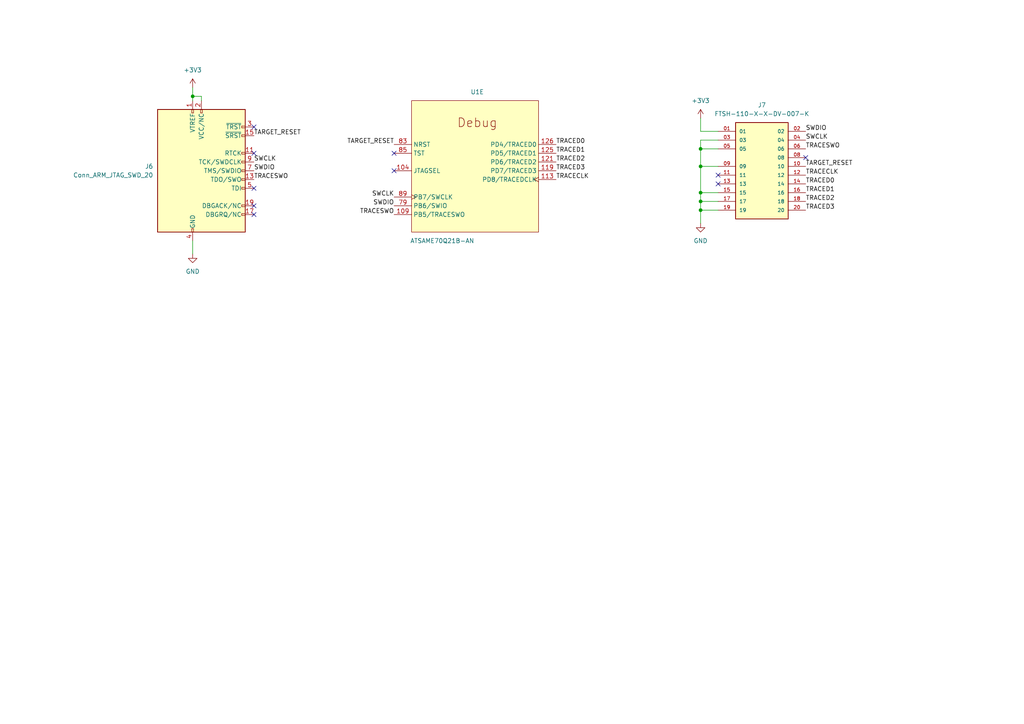
<source format=kicad_sch>
(kicad_sch (version 20211123) (generator eeschema)
  (paper "A4")
  (title_block (title "Flight Controller") (date "2023-01-29") (rev "0.1"))
  (lib_symbols
    (symbol "Connector:Conn_ARM_JTAG_SWD_20" (pin_names (offset 1.016))
      (property "Reference" "J" (at -5.08 21.59 0))
      (property "Value" "Conn_ARM_JTAG_SWD_20" (at -5.08 19.05 0))
      (symbol "Conn_ARM_JTAG_SWD_20_0_1"
        (rectangle (start -12.7 17.78) (end 12.7 -17.78) (stroke (width 0.254)) (fill (type background)))
        (rectangle (start -2.794 -17.78) (end -2.286 -16.764))
        (rectangle (start -2.794 17.78) (end -2.286 16.764))
        (rectangle (start -0.254 17.78) (end 0.254 16.764))
        (rectangle (start 11.684 2.286) (end 12.7 2.794))
        (rectangle (start 12.7 -12.446) (end 11.684 -12.954))
        (rectangle (start 12.7 -9.906) (end 11.684 -10.414))
        (rectangle (start 12.7 -2.794) (end 11.684 -2.286))
        (rectangle (start 12.7 -0.254) (end 11.684 0.254))
        (rectangle (start 12.7 4.826) (end 11.684 5.334))
        (rectangle (start 12.7 10.414) (end 11.684 9.906))
        (rectangle (start 12.7 12.954) (end 11.684 12.446))
      )
      (symbol "Conn_ARM_JTAG_SWD_20_1_1"
        (rectangle (start 11.684 -5.334) (end 12.7 -4.826))
        (pin power_in line (at -2.54 20.32 270) (length 2.54) (name "VTREF") (number "1"))
        (pin passive line (at -2.54 -20.32 90) (length 2.54) hide (name "GND") (number "10"))
        (pin input line (at 15.24 5.08 180) (length 2.54) (name "RTCK") (number "11"))
        (pin passive line (at -2.54 -20.32 90) (length 2.54) hide (name "GND") (number "12"))
        (pin input line (at 15.24 -2.54 180) (length 2.54) (name "TDO/SWO") (number "13"))
        (pin passive line (at -2.54 -20.32 90) (length 2.54) hide (name "GND") (number "14"))
        (pin bidirectional line (at 15.24 10.16 180) (length 2.54) (name "~{SRST}") (number "15"))
        (pin passive line (at -2.54 -20.32 90) (length 2.54) hide (name "GND") (number "16"))
        (pin output line (at 15.24 -12.7 180) (length 2.54) (name "DBGRQ/NC") (number "17"))
        (pin passive line (at -2.54 -20.32 90) (length 2.54) hide (name "GND") (number "18"))
        (pin input line (at 15.24 -10.16 180) (length 2.54) (name "DBGACK/NC") (number "19"))
        (pin power_in line (at 0 20.32 270) (length 2.54) (name "VCC/NC") (number "2"))
        (pin passive line (at -2.54 -20.32 90) (length 2.54) hide (name "GND") (number "20"))
        (pin output line (at 15.24 12.7 180) (length 2.54) (name "~{TRST}") (number "3"))
        (pin power_in line (at -2.54 -20.32 90) (length 2.54) (name "GND") (number "4"))
        (pin output line (at 15.24 -5.08 180) (length 2.54) (name "TDI") (number "5"))
        (pin passive line (at -2.54 -20.32 90) (length 2.54) hide (name "GND") (number "6"))
        (pin output line (at 15.24 0 180) (length 2.54) (name "TMS/SWDIO") (number "7"))
        (pin passive line (at -2.54 -20.32 90) (length 2.54) hide (name "GND") (number "8"))
        (pin output line (at 15.24 2.54 180) (length 2.54) (name "TCK/SWDCLK") (number "9"))
      )
    )
    (symbol "FTSH-110-X-X-DV-007-K:FTSH-110-X-X-DV-007-K" (pin_names (offset 1.016))
      (property "Reference" "J" (at -7.62 13.97 0))
      (property "Value" "FTSH-110-X-X-DV-007-K" (at -7.62 -16.51 0))
      (symbol "FTSH-110-X-X-DV-007-K_0_0"
        (rectangle (start -7.62 -15.24) (end 7.62 12.7) (stroke (width 0.254)) (fill (type background)))
        (pin passive line (at -12.7 10.16 0) (length 5.08) (name "01") (number "01"))
        (pin passive line (at 12.7 10.16 180) (length 5.08) (name "02") (number "02"))
        (pin passive line (at -12.7 7.62 0) (length 5.08) (name "03") (number "03"))
        (pin passive line (at 12.7 7.62 180) (length 5.08) (name "04") (number "04"))
        (pin passive line (at -12.7 5.08 0) (length 5.08) (name "05") (number "05"))
        (pin passive line (at 12.7 5.08 180) (length 5.08) (name "06") (number "06"))
        (pin passive line (at 12.7 2.54 180) (length 5.08) (name "08") (number "08"))
        (pin passive line (at -12.7 0 0) (length 5.08) (name "09") (number "09"))
        (pin passive line (at 12.7 0 180) (length 5.08) (name "10") (number "10"))
        (pin passive line (at -12.7 -2.54 0) (length 5.08) (name "11") (number "11"))
        (pin passive line (at 12.7 -2.54 180) (length 5.08) (name "12") (number "12"))
        (pin passive line (at -12.7 -5.08 0) (length 5.08) (name "13") (number "13"))
        (pin passive line (at 12.7 -5.08 180) (length 5.08) (name "14") (number "14"))
        (pin passive line (at -12.7 -7.62 0) (length 5.08) (name "15") (number "15"))
        (pin passive line (at 12.7 -7.62 180) (length 5.08) (name "16") (number "16"))
        (pin passive line (at -12.7 -10.16 0) (length 5.08) (name "17") (number "17"))
        (pin passive line (at 12.7 -10.16 180) (length 5.08) (name "18") (number "18"))
        (pin passive line (at -12.7 -12.7 0) (length 5.08) (name "19") (number "19"))
        (pin passive line (at 12.7 -12.7 180) (length 5.08) (name "20") (number "20"))
      )
    )
    (symbol "atsame70q21b-an:ATSAME70Q21B-AN"
      (property "Reference" "U2" (at -15.24 -5.08 0))
      (property "Value" "ATSAME70Q21B-AN" (at -7.62 -2.54 0))
      (symbol "ATSAME70Q21B-AN_1_1"
        (rectangle (start -16.51 25.4) (end 16.51 0) (fill (type background)))
        (text "WiFi" (at 0 21.59 0) (effects (font (size 2.54 2.54))))
        (pin output line (at 21.59 13.97 180) (length 5.08) (name "PB4") (number "105"))
        (pin input line (at 21.59 8.89 180) (length 5.08) (name "PB1") (number "20"))
        (pin output clock (at 21.59 6.35 180) (length 5.08) (name "PB0/RTCOUT0") (number "21"))
        (pin output line (at 21.59 11.43 180) (length 5.08) (name "PB2") (number "26"))
      )
      (symbol "ATSAME70Q21B-AN_2_1"
        (rectangle (start -17.78 36.83) (end 16.51 0) (fill (type background)))
        (text "ISI" (at 0 33.02 0) (effects (font (size 2.54 2.54))))
        (pin bidirectional line (at 21.59 27.94 180) (length 5.08) (name "PA6/PCK0") (number "114"))
        (pin bidirectional line (at -22.86 22.86 0) (length 5.08) (name "PB3/ISI_D2") (number "31"))
        (pin bidirectional line (at 21.59 8.89 180) (length 5.08) (name "PA21") (number "32"))
        (pin bidirectional line (at 21.59 6.35 180) (length 5.08) (name "PA22") (number "37"))
        (pin bidirectional line (at 21.59 15.24 180) (length 5.08) (name "PD25/ISI_VREF") (number "52"))
        (pin bidirectional line (at 21.59 17.78 180) (length 5.08) (name "PD24/ISI_HSYNC") (number "55"))
        (pin bidirectional line (at 21.59 22.86 180) (length 5.08) (name "PA24/ISI_PCK") (number "56"))
        (pin bidirectional line (at -22.86 27.94 0) (length 5.08) (name "PD22/ISI_D0") (number "60"))
        (pin bidirectional line (at -22.86 25.4 0) (length 5.08) (name "PD21/ISI_D1") (number "63"))
        (pin bidirectional line (at -22.86 10.16 0) (length 5.08) (name "PA27/ISI_D7") (number "70"))
        (pin bidirectional line (at -22.86 17.78 0) (length 5.08) (name "PA5/ISI_D4") (number "73"))
        (pin bidirectional line (at -22.86 20.32 0) (length 5.08) (name "PA9/ISI_D3") (number "75"))
        (pin bidirectional line (at -22.86 12.7 0) (length 5.08) (name "PD12/ISI_D6") (number "92"))
        (pin bidirectional line (at -22.86 15.24 0) (length 5.08) (name "PD11/ISI_D5") (number "98"))
      )
      (symbol "ATSAME70Q21B-AN_3_1"
        (rectangle (start -19.05 60.96) (end 17.78 0) (fill (type background)))
        (text "SDRAM" (at 0 54.61 0) (effects (font (size 2.54 2.54))))
        (pin bidirectional line (at 22.86 22.86 180) (length 5.08) (name "PE3/D11") (number "10"))
        (pin bidirectional line (at 22.86 5.08 180) (length 5.08) (name "PD15/NBS1") (number "106"))
        (pin bidirectional line (at -24.13 5.08 0) (length 5.08) (name "PD29/SDWE") (number "108"))
        (pin bidirectional line (at 22.86 50.8 180) (length 5.08) (name "PC0/D0") (number "11"))
        (pin bidirectional line (at 22.86 7.62 180) (length 5.08) (name "PC18/NBS0") (number "111"))
        (pin bidirectional line (at -24.13 33.02 0) (length 5.08) (name "PC27/A9") (number "12"))
        (pin bidirectional line (at -24.13 50.8 0) (length 5.08) (name "PC20/A2") (number "120"))
        (pin bidirectional line (at -24.13 48.26 0) (length 5.08) (name "PC21/A3") (number "122"))
        (pin bidirectional line (at -24.13 45.72 0) (length 5.08) (name "PC22/A4") (number "124"))
        (pin bidirectional line (at -24.13 43.18 0) (length 5.08) (name "PC23/A5") (number "127"))
        (pin bidirectional line (at -24.13 35.56 0) (length 5.08) (name "PC26/A8") (number "13"))
        (pin bidirectional line (at -24.13 40.64 0) (length 5.08) (name "PC24/A6") (number "130"))
        (pin bidirectional line (at -24.13 38.1 0) (length 5.08) (name "PC25/A7") (number "133"))
        (pin bidirectional line (at -24.13 27.94 0) (length 5.08) (name "PC29/A11") (number "16"))
        (pin bidirectional line (at -24.13 12.7 0) (length 5.08) (name "PC15/SDCS") (number "18"))
        (pin bidirectional line (at -24.13 22.86 0) (length 5.08) (name "PA20/BA0") (number "22"))
        (pin bidirectional line (at 22.86 20.32 180) (length 5.08) (name "PE4/D12") (number "27"))
        (pin bidirectional line (at 22.86 17.78 180) (length 5.08) (name "PE5/D13") (number "28"))
        (pin bidirectional line (at 22.86 48.26 180) (length 5.08) (name "PC1/D1") (number "38"))
        (pin bidirectional line (at 22.86 45.72 180) (length 5.08) (name "PC2/D2") (number "39"))
        (pin bidirectional line (at 22.86 30.48 180) (length 5.08) (name "PE0/D8") (number "4"))
        (pin bidirectional line (at 22.86 43.18 180) (length 5.08) (name "PC3/D3") (number "40"))
        (pin bidirectional line (at 22.86 40.64 180) (length 5.08) (name "PC4/D4") (number "41"))
        (pin bidirectional line (at 22.86 12.7 180) (length 5.08) (name "PA16/D15") (number "45"))
        (pin bidirectional line (at 22.86 33.02 180) (length 5.08) (name "PC7/D7") (number "48"))
        (pin bidirectional line (at 22.86 15.24 180) (length 5.08) (name "PA15/D14") (number "49"))
        (pin bidirectional line (at 22.86 35.56 180) (length 5.08) (name "PC6/D6") (number "54"))
        (pin bidirectional line (at -24.13 17.78 0) (length 5.08) (name "PD23/SDCK") (number "57"))
        (pin bidirectional line (at 22.86 38.1 180) (length 5.08) (name "PC5/D5") (number "58"))
        (pin bidirectional line (at 22.86 27.94 180) (length 5.08) (name "PE1/D9") (number "6"))
        (pin bidirectional line (at 22.86 25.4 180) (length 5.08) (name "PE2/D10") (number "7"))
        (pin bidirectional line (at -24.13 7.62 0) (length 5.08) (name "PD17/CAS") (number "74"))
        (pin bidirectional line (at -24.13 30.48 0) (length 5.08) (name "PC28/A10") (number "76"))
        (pin bidirectional line (at -24.13 10.16 0) (length 5.08) (name "PD16/RAS") (number "78"))
        (pin bidirectional line (at -24.13 15.24 0) (length 5.08) (name "PD14/SDCKE") (number "84"))
        (pin bidirectional line (at -24.13 25.4 0) (length 5.08) (name "PD13/SDA10") (number "88"))
      )
      (symbol "ATSAME70Q21B-AN_4_1"
        (rectangle (start -21.59 39.37) (end 22.86 0) (fill (type background)))
        (text "Serial" (at 0 34.29 0) (effects (font (size 2.54 2.54))))
        (pin input line (at 27.94 8.89 180) (length 5.08) (name "PC12/CANRX") (number "17"))
        (pin output line (at 27.94 3.81 180) (length 5.08) (name "PC13") (number "19"))
        (pin input line (at -26.67 6.35 0) (length 5.08) (name "PD31/URXD3") (number "2"))
        (pin output line (at -26.67 8.89 0) (length 5.08) (name "P30/UTXD3") (number "34"))
        (pin output line (at 27.94 21.59 180) (length 5.08) (name "PA13/SQPI_QIO0") (number "42"))
        (pin output clock (at 27.94 26.67 180) (length 5.08) (name "PA14/QSPI_SCK") (number "51"))
        (pin output line (at 27.94 24.13 180) (length 5.08) (name "PA11/QSPI_QCS") (number "64"))
        (pin input line (at 27.94 29.21 180) (length 5.08) (name "PA12/QSPI_QIO1") (number "68"))
        (pin output clock (at -26.67 26.67 0) (length 5.08) (name "PA4/TWCK0") (number "77"))
        (pin bidirectional line (at -26.67 29.21 0) (length 5.08) (name "PA3/TWD0") (number "91"))
        (pin output line (at 27.94 6.35 180) (length 5.08) (name "PC14/CANTX1") (number "97"))
      )
      (symbol "ATSAME70Q21B-AN_5_1"
        (rectangle (start -19.05 38.1) (end 17.78 0) (fill (type background)))
        (text "Debug" (at 0 31.75 0) (effects (font (size 2.54 2.54))))
        (pin input line (at -24.13 17.78 0) (length 5.08) (name "JTAGSEL") (number "104"))
        (pin bidirectional line (at -24.13 5.08 0) (length 5.08) (name "PB5/TRACESWO") (number "109"))
        (pin output clock (at 22.86 15.24 180) (length 5.08) (name "PD8/TRACEDCLK") (number "113"))
        (pin input line (at 22.86 17.78 180) (length 5.08) (name "PD7/TRACED3") (number "119"))
        (pin input line (at 22.86 20.32 180) (length 5.08) (name "PD6/TRACED2") (number "121"))
        (pin input line (at 22.86 22.86 180) (length 5.08) (name "PD5/TRACED1") (number "125"))
        (pin input line (at 22.86 25.4 180) (length 5.08) (name "PD4/TRACED0") (number "126"))
        (pin bidirectional line (at -24.13 7.62 0) (length 5.08) (name "PB6/SWIO") (number "79"))
        (pin bidirectional line (at -24.13 25.4 0) (length 5.08) (name "NRST") (number "83"))
        (pin input line (at -24.13 22.86 0) (length 5.08) (name "TST") (number "85"))
        (pin input clock (at -24.13 10.16 0) (length 5.08) (name "PB7/SWCLK") (number "89"))
      )
      (symbol "ATSAME70Q21B-AN_6_1"
        (rectangle (start -17.78 48.26) (end 13.97 0) (fill (type background)))
        (text "Power" (at -1.27 43.18 0) (effects (font (size 2.54 2.54))))
        (pin passive line (at 19.05 16.51 180) (length 5.08) hide (name "VDDCORE") (number "107"))
        (pin passive line (at 19.05 3.81 180) (length 5.08) hide (name "GND") (number "115"))
        (pin power_in line (at 19.05 13.97 180) (length 5.08) (name "VDDPLL") (number "123"))
        (pin power_in line (at 19.05 34.29 180) (length 5.08) (name "VDDUTMII") (number "134"))
        (pin passive line (at 19.05 3.81 180) (length 5.08) hide (name "GND") (number "135"))
        (pin passive line (at 19.05 3.81 180) (length 5.08) hide (name "GND") (number "138"))
        (pin power_in line (at 19.05 11.43 180) (length 5.08) (name "VDDUTMIC") (number "139"))
        (pin power_in line (at 19.05 31.75 180) (length 5.08) (name "VDDPLLUSB") (number "143"))
        (pin power_in line (at 19.05 16.51 180) (length 5.08) (name "VDDCORE") (number "29"))
        (pin power_out line (at 19.05 19.05 180) (length 5.08) (name "VDDOUT") (number "3"))
        (pin power_in line (at 19.05 29.21 180) (length 5.08) (name "VDDIO") (number "30"))
        (pin passive line (at 19.05 16.51 180) (length 5.08) hide (name "VDDCORE") (number "33"))
        (pin passive line (at 19.05 29.21 180) (length 5.08) hide (name "VDDIO") (number "43"))
        (pin power_in line (at 19.05 3.81 180) (length 5.08) (name "GND") (number "44"))
        (pin power_in line (at 19.05 24.13 180) (length 5.08) (name "VDDIN") (number "5"))
        (pin passive line (at 19.05 16.51 180) (length 5.08) hide (name "VDDCORE") (number "50"))
        (pin passive line (at 19.05 3.81 180) (length 5.08) hide (name "GND") (number "61"))
        (pin passive line (at 19.05 29.21 180) (length 5.08) hide (name "VDDIO") (number "72"))
        (pin power_in line (at -22.86 3.81 0) (length 5.08) (name "VREFN") (number "8"))
        (pin passive line (at 19.05 29.21 180) (length 5.08) hide (name "VDDIO") (number "80"))
        (pin passive line (at 19.05 16.51 180) (length 5.08) hide (name "VDDCORE") (number "81"))
        (pin power_in line (at -22.86 6.35 0) (length 5.08) (name "VREFP") (number "9"))
        (pin passive line (at 19.05 3.81 180) (length 5.08) hide (name "GND") (number "95"))
        (pin passive line (at 19.05 29.21 180) (length 5.08) hide (name "VDDIO") (number "96"))
      )
      (symbol "ATSAME70Q21B-AN_7_1"
        (rectangle (start -27.94 72.39) (end 26.67 0) (fill (type background)))
        (rectangle (start 31.75 63.5) (end 31.75 63.5))
        (text "GPIO/EXTI" (at -1.27 62.23 0) (effects (font (size 2.54 2.54))))
        (pin bidirectional line (at 31.75 34.29 180) (length 5.08) (name "PD0") (number "1"))
        (pin bidirectional line (at 31.75 49.53 180) (length 5.08) (name "PC16") (number "100"))
        (pin bidirectional line (at 31.75 21.59 180) (length 5.08) (name "PD10") (number "101"))
        (pin bidirectional line (at -33.02 46.99 0) (length 5.08) (name "PA0") (number "102"))
        (pin bidirectional line (at 31.75 46.99 180) (length 5.08) (name "PC17") (number "103"))
        (pin bidirectional line (at 31.75 24.13 180) (length 5.08) (name "PD9") (number "110"))
        (pin bidirectional line (at -33.02 21.59 0) (length 5.08) (name "PA28") (number "112"))
        (pin bidirectional line (at -33.02 16.51 0) (length 5.08) (name "PA30") (number "116"))
        (pin bidirectional line (at 31.75 44.45 180) (length 5.08) (name "PC19") (number "117"))
        (pin bidirectional line (at -33.02 13.97 0) (length 5.08) (name "PA31") (number "118"))
        (pin bidirectional line (at 31.75 26.67 180) (length 5.08) (name "PD3") (number "128"))
        (pin bidirectional line (at -33.02 19.05 0) (length 5.08) (name "PA29") (number "129"))
        (pin bidirectional line (at 31.75 29.21 180) (length 5.08) (name "PD2") (number "131"))
        (pin bidirectional line (at 31.75 31.75 180) (length 5.08) (name "PD1") (number "132"))
        (pin bidirectional line (at 31.75 39.37 180) (length 5.08) (name "PC31") (number "14"))
        (pin bidirectional line (at 31.75 41.91 180) (length 5.08) (name "PC30") (number "15"))
        (pin bidirectional line (at -33.02 31.75 0) (length 5.08) (name "PA19") (number "23"))
        (pin bidirectional line (at -33.02 34.29 0) (length 5.08) (name "PA18") (number "24"))
        (pin bidirectional line (at -33.02 36.83 0) (length 5.08) (name "PA17") (number "25"))
        (pin bidirectional line (at -33.02 29.21 0) (length 5.08) (name "PA23") (number "46"))
        (pin bidirectional line (at 31.75 8.89 180) (length 5.08) (name "PD27") (number "47"))
        (pin bidirectional line (at 31.75 11.43 180) (length 5.08) (name "PD26") (number "53"))
        (pin bidirectional line (at -33.02 26.67 0) (length 5.08) (name "PA25") (number "59"))
        (pin bidirectional line (at -33.02 24.13 0) (length 5.08) (name "PA26") (number "62"))
        (pin bidirectional line (at 31.75 13.97 180) (length 5.08) (name "PD20") (number "65"))
        (pin bidirectional line (at -33.02 39.37 0) (length 5.08) (name "PA10") (number "66"))
        (pin bidirectional line (at 31.75 16.51 180) (length 5.08) (name "PD19") (number "67"))
        (pin bidirectional line (at 31.75 19.05 180) (length 5.08) (name "PD18") (number "69"))
        (pin bidirectional line (at 31.75 6.35 180) (length 5.08) (name "PD28") (number "71"))
        (pin bidirectional line (at 31.75 59.69 180) (length 5.08) (name "PC8") (number "82"))
        (pin bidirectional line (at 31.75 57.15 180) (length 5.08) (name "PC9") (number "86"))
        (pin bidirectional line (at -33.02 8.89 0) (length 5.08) (name "PB12/ERASE") (number "87"))
        (pin bidirectional line (at 31.75 54.61 180) (length 5.08) (name "PC10") (number "90"))
        (pin bidirectional line (at -33.02 41.91 0) (length 5.08) (name "PA2") (number "93"))
        (pin bidirectional line (at 31.75 52.07 180) (length 5.08) (name "PC11") (number "94"))
        (pin bidirectional line (at -33.02 44.45 0) (length 5.08) (name "PA1") (number "99"))
      )
      (symbol "ATSAME70Q21B-AN_8_1"
        (rectangle (start -13.97 25.4) (end 15.24 0) (fill (type background)))
        (text "USB" (at 0 21.59 0) (effects (font (size 2.54 2.54))))
        (pin bidirectional line (at -19.05 8.89 0) (length 5.08) (name "HSDM") (number "136"))
        (pin bidirectional line (at -19.05 11.43 0) (length 5.08) (name "HSDP") (number "137"))
        (pin input line (at -19.05 6.35 0) (length 5.08) (name "VBG") (number "140"))
        (pin bidirectional line (at -19.05 16.51 0) (length 5.08) (name "PB13") (number "144"))
      )
      (symbol "ATSAME70Q21B-AN_9_1"
        (rectangle (start -16.51 17.78) (end 16.51 0) (fill (type background)))
        (text "Crystals" (at 0 13.97 0) (effects (font (size 2.54 2.54))))
        (pin bidirectional line (at 21.59 7.62 180) (length 5.08) (name "PB8/XOUT") (number "141"))
        (pin bidirectional line (at 21.59 5.08 180) (length 5.08) (name "PB9/XIN") (number "142"))
        (pin bidirectional line (at -21.59 7.62 0) (length 5.08) (name "PA7/XIN32") (number "35"))
        (pin bidirectional line (at -21.59 5.08 0) (length 5.08) (name "PA8/XOUT32") (number "36"))
      )
    )
    (symbol "power:+3V3" (power) (pin_names (offset 0))
      (property "Value" "+3V3" (at 0 3.556 0))
      (symbol "+3V3_0_1"
        (polyline (pts (xy -0.762 1.27) (xy 0 2.54)))
        (polyline (pts (xy 0 0) (xy 0 2.54)))
        (polyline (pts (xy 0 2.54) (xy 0.762 1.27)))
      )
      (symbol "+3V3_1_1"
        (pin power_in line (at 0 0 90) (length 0) hide (name "+3V3") (number "1"))
      )
    )
    (symbol "power:GND" (power) (pin_names (offset 0))
      (property "Value" "GND" (at 0 -3.81 0))
      (symbol "GND_0_1"
        (polyline (pts (xy 0 0) (xy 0 -1.27) (xy 1.27 -1.27) (xy 0 -2.54) (xy -1.27 -1.27) (xy 0 -1.27)))
      )
      (symbol "GND_1_1"
        (pin power_in line (at 0 0 270) (length 0) hide (name "GND") (number "1"))
      )
    )
  )
  (junction (at 203.2 60.96))
  (junction (at 55.88 27.94))
  (junction (at 203.2 48.26))
  (junction (at 203.2 43.18))
  (junction (at 203.2 58.42))
  (junction (at 203.2 55.88))
  (no_connect (at 73.66 36.83))
  (no_connect (at 73.66 54.61))
  (no_connect (at 114.3 44.45))
  (no_connect (at 233.68 45.72))
  (no_connect (at 208.28 50.8))
  (no_connect (at 208.28 53.34))
  (no_connect (at 114.3 49.53))
  (no_connect (at 73.66 44.45))
  (no_connect (at 73.66 59.69))
  (no_connect (at 73.66 62.23))
  (wire (pts (xy 203.2 60.96) (xy 208.28 60.96)))
  (wire (pts (xy 203.2 40.64) (xy 203.2 43.18)))
  (wire (pts (xy 203.2 60.96) (xy 203.2 64.77)))
  (wire (pts (xy 203.2 58.42) (xy 203.2 60.96)))
  (wire (pts (xy 203.2 38.1) (xy 208.28 38.1)))
  (wire (pts (xy 203.2 55.88) (xy 208.28 55.88)))
  (wire (pts (xy 203.2 34.29) (xy 203.2 38.1)))
  (wire (pts (xy 203.2 55.88) (xy 203.2 58.42)))
  (wire (pts (xy 208.28 40.64) (xy 203.2 40.64)))
  (wire (pts (xy 203.2 43.18) (xy 208.28 43.18)))
  (wire (pts (xy 203.2 48.26) (xy 203.2 55.88)))
  (wire (pts (xy 203.2 58.42) (xy 208.28 58.42)))
  (wire (pts (xy 203.2 43.18) (xy 203.2 48.26)))
  (wire (pts (xy 55.88 27.94) (xy 55.88 29.21)))
  (wire (pts (xy 55.88 69.85) (xy 55.88 73.66)))
  (wire (pts (xy 58.42 29.21) (xy 58.42 27.94)))
  (wire (pts (xy 58.42 27.94) (xy 55.88 27.94)))
  (wire (pts (xy 203.2 48.26) (xy 208.28 48.26)))
  (wire (pts (xy 55.88 25.4) (xy 55.88 27.94)))
  (label "TARGET_RESET" (at 233.68 48.26 0))
  (label "TRACED0" (at 233.68 53.34 0))
  (label "TRACECLK" (at 161.29 52.07 0))
  (label "TRACED3" (at 161.29 49.53 0))
  (label "TRACESWO" (at 73.66 52.07 0))
  (label "TRACECLK" (at 233.68 50.8 0))
  (label "TRACED1" (at 233.68 55.88 0))
  (label "TRACED2" (at 233.68 58.42 0))
  (label "SWDIO" (at 114.3 59.69 180))
  (label "TRACED0" (at 161.29 41.91 0))
  (label "TRACESWO" (at 114.3 62.23 180))
  (label "TRACED2" (at 161.29 46.99 0))
  (label "SWCLK" (at 114.3 57.15 180))
  (label "SWDIO" (at 73.66 49.53 0))
  (label "TARGET_RESET" (at 114.3 41.91 180))
  (label "SWCLK" (at 73.66 46.99 0))
  (label "TRACED1" (at 161.29 44.45 0))
  (label "TRACESWO" (at 233.68 43.18 0))
  (label "SWCLK" (at 233.68 40.64 0))
  (label "TARGET_RESET" (at 73.66 39.37 0))
  (label "TRACED3" (at 233.68 60.96 0))
  (label "SWDIO" (at 233.68 38.1 0))
  (symbol (lib_id "power:+3V3") (at 203.2 34.29 0) (unit 1)
    (property "Reference" "#PWR054" (effects hide))
    (property "Value" "+3V3" (at 203.2 29.21 0))
  )
  (symbol (lib_id "Connector:Conn_ARM_JTAG_SWD_20") (at 58.42 49.53 0) (unit 1)
    (property "Reference" "J6" (at 44.45 48.2599 0) (effects (justify right)))
    (property "Value" "Conn_ARM_JTAG_SWD_20" (at 44.45 50.7999 0) (effects (justify right)))
    (property "Datasheet" "http://infocenter.arm.com/help/topic/com.arm.doc.dui0499b/DUI0499B_system_design_reference.pdf" (effects hide))
  )
  (symbol (lib_id "power:GND") (at 203.2 64.77 0) (unit 1)
    (property "Reference" "#PWR055" (effects hide))
    (property "Value" "GND" (at 203.2 69.85 0))
  )
  (symbol (lib_id "atsame70q21b-an:ATSAME70Q21B-AN") (at 138.43 67.31 0) (unit 5)
    (property "Reference" "U1" (at 138.43 26.67 0))
    (property "Value" "ATSAME70Q21B-AN" (at 128.27 69.85 0))
    (property "Footprint" "Package_QFP:LQFP-144_20x20mm_P0.5mm" (effects hide))
    (property "Datasheet" "http://ww1.microchip.com/downloads/en/DeviceDoc/SAM-E70-S70-V70-V71-Family-Data-Sheet-DS60001527D.pdf" (effects hide))
  )
  (symbol (lib_id "power:+3V3") (at 55.88 25.4 0) (unit 1)
    (property "Reference" "#PWR052" (effects hide))
    (property "Value" "+3V3" (at 55.88 20.32 0))
  )
  (symbol (lib_id "FTSH-110-X-X-DV-007-K:FTSH-110-X-X-DV-007-K") (at 220.98 48.26 0) (unit 1)
    (property "Reference" "J7" (at 220.98 30.48 0))
    (property "Value" "FTSH-110-X-X-DV-007-K" (at 220.98 33.02 0))
    (property "Footprint" "user-footprints:SAMTEC_FTSH-110-X-X-DV-007-K" (effects hide))
    (property "STANDARD" "Manufacturer Recommendations" (effects hide))
    (property "MANUFACTURER" "SAMTEC" (effects hide))
    (property "PARTREV" "H" (effects hide))
  )
  (symbol (lib_id "power:GND") (at 55.88 73.66 0) (unit 1)
    (property "Reference" "#PWR053" (effects hide))
    (property "Value" "GND" (at 55.88 78.74 0))
  )
)
</source>
